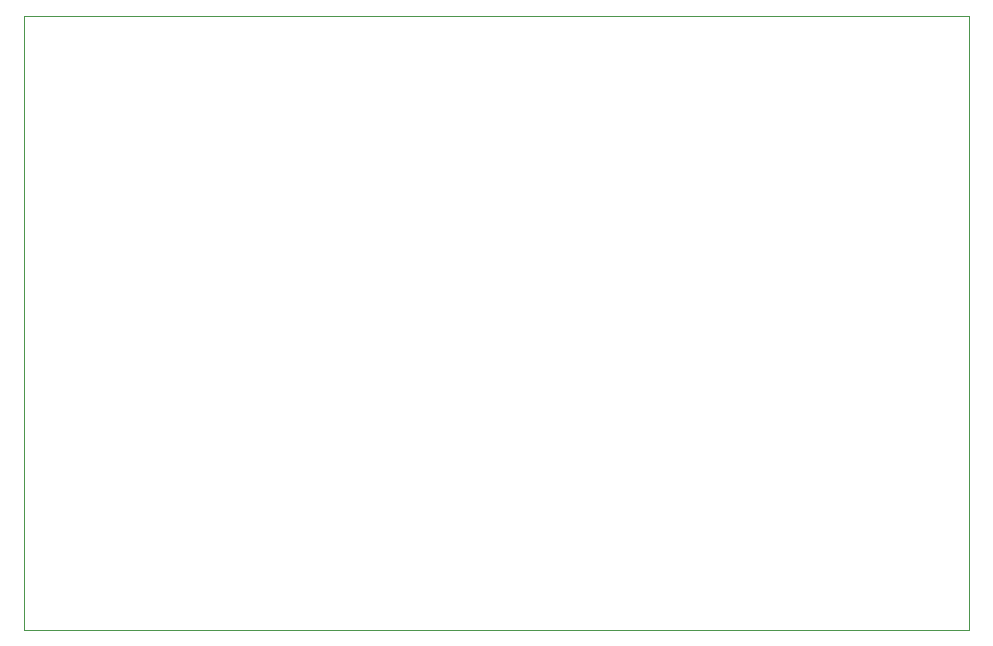
<source format=gbr>
%TF.GenerationSoftware,KiCad,Pcbnew,5.1.10*%
%TF.CreationDate,2021-11-30T18:31:43+01:00*%
%TF.ProjectId,Speichermodul_C,53706569-6368-4657-926d-6f64756c5f43,1*%
%TF.SameCoordinates,Original*%
%TF.FileFunction,Profile,NP*%
%FSLAX46Y46*%
G04 Gerber Fmt 4.6, Leading zero omitted, Abs format (unit mm)*
G04 Created by KiCad (PCBNEW 5.1.10) date 2021-11-30 18:31:43*
%MOMM*%
%LPD*%
G01*
G04 APERTURE LIST*
%TA.AperFunction,Profile*%
%ADD10C,0.120000*%
%TD*%
G04 APERTURE END LIST*
D10*
X113000000Y-85000000D02*
X113000000Y-137000000D01*
X193000000Y-85000000D02*
X113000000Y-85000000D01*
X193000000Y-137000000D02*
X193000000Y-85000000D01*
X113000000Y-137000000D02*
X193000000Y-137000000D01*
M02*

</source>
